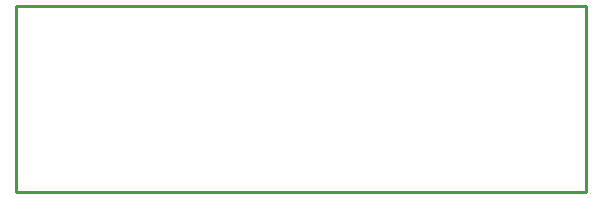
<source format=gbr>
G04 start of page 4 for group 2 idx 2 *
G04 Title: (unknown), outline *
G04 Creator: pcb 20140316 *
G04 CreationDate: Fri 27 Feb 2015 09:32:21 PM GMT UTC *
G04 For: ndholmes *
G04 Format: Gerber/RS-274X *
G04 PCB-Dimensions (mil): 1900.00 620.00 *
G04 PCB-Coordinate-Origin: lower left *
%MOIN*%
%FSLAX25Y25*%
%LNOUTLINE*%
%ADD35C,0.0100*%
G54D35*X0Y0D02*X190000D01*
Y62000D01*
X0D01*
Y0D01*
M02*

</source>
